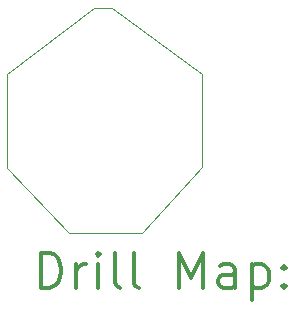
<source format=gbr>
%FSLAX45Y45*%
G04 Gerber Fmt 4.5, Leading zero omitted, Abs format (unit mm)*
G04 Created by KiCad (PCBNEW (5.1.6)-1) date 2022-09-13 14:07:32*
%MOMM*%
%LPD*%
G01*
G04 APERTURE LIST*
%TA.AperFunction,Profile*%
%ADD10C,0.050000*%
%TD*%
%ADD11C,0.200000*%
%ADD12C,0.300000*%
G04 APERTURE END LIST*
D10*
X15252700Y-9639300D02*
X14490700Y-9080500D01*
X15252700Y-10426700D02*
X15252700Y-9639300D01*
X14744700Y-10985500D02*
X15252700Y-10426700D01*
X14122400Y-10985500D02*
X14744700Y-10985500D01*
X13601700Y-10439400D02*
X14122400Y-10985500D01*
X13601700Y-9639300D02*
X13601700Y-10439400D01*
X14338300Y-9080500D02*
X13601700Y-9639300D01*
X14338300Y-9080500D02*
X14490700Y-9080500D01*
D11*
D12*
X13885628Y-11453714D02*
X13885628Y-11153714D01*
X13957057Y-11153714D01*
X13999914Y-11168000D01*
X14028486Y-11196571D01*
X14042771Y-11225143D01*
X14057057Y-11282286D01*
X14057057Y-11325143D01*
X14042771Y-11382286D01*
X14028486Y-11410857D01*
X13999914Y-11439429D01*
X13957057Y-11453714D01*
X13885628Y-11453714D01*
X14185628Y-11453714D02*
X14185628Y-11253714D01*
X14185628Y-11310857D02*
X14199914Y-11282286D01*
X14214200Y-11268000D01*
X14242771Y-11253714D01*
X14271343Y-11253714D01*
X14371343Y-11453714D02*
X14371343Y-11253714D01*
X14371343Y-11153714D02*
X14357057Y-11168000D01*
X14371343Y-11182286D01*
X14385628Y-11168000D01*
X14371343Y-11153714D01*
X14371343Y-11182286D01*
X14557057Y-11453714D02*
X14528486Y-11439429D01*
X14514200Y-11410857D01*
X14514200Y-11153714D01*
X14714200Y-11453714D02*
X14685628Y-11439429D01*
X14671343Y-11410857D01*
X14671343Y-11153714D01*
X15057057Y-11453714D02*
X15057057Y-11153714D01*
X15157057Y-11368000D01*
X15257057Y-11153714D01*
X15257057Y-11453714D01*
X15528486Y-11453714D02*
X15528486Y-11296571D01*
X15514200Y-11268000D01*
X15485628Y-11253714D01*
X15428486Y-11253714D01*
X15399914Y-11268000D01*
X15528486Y-11439429D02*
X15499914Y-11453714D01*
X15428486Y-11453714D01*
X15399914Y-11439429D01*
X15385628Y-11410857D01*
X15385628Y-11382286D01*
X15399914Y-11353714D01*
X15428486Y-11339429D01*
X15499914Y-11339429D01*
X15528486Y-11325143D01*
X15671343Y-11253714D02*
X15671343Y-11553714D01*
X15671343Y-11268000D02*
X15699914Y-11253714D01*
X15757057Y-11253714D01*
X15785628Y-11268000D01*
X15799914Y-11282286D01*
X15814200Y-11310857D01*
X15814200Y-11396571D01*
X15799914Y-11425143D01*
X15785628Y-11439429D01*
X15757057Y-11453714D01*
X15699914Y-11453714D01*
X15671343Y-11439429D01*
X15942771Y-11425143D02*
X15957057Y-11439429D01*
X15942771Y-11453714D01*
X15928486Y-11439429D01*
X15942771Y-11425143D01*
X15942771Y-11453714D01*
X15942771Y-11268000D02*
X15957057Y-11282286D01*
X15942771Y-11296571D01*
X15928486Y-11282286D01*
X15942771Y-11268000D01*
X15942771Y-11296571D01*
M02*

</source>
